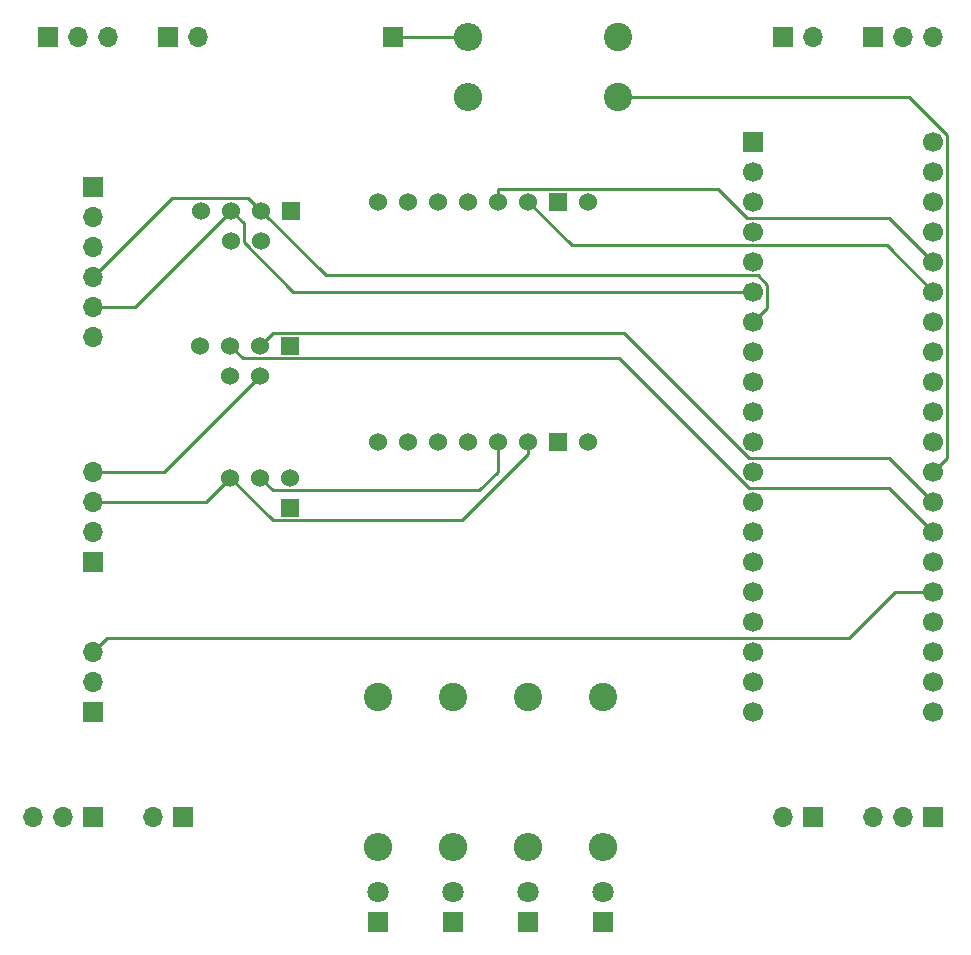
<source format=gbr>
%TF.GenerationSoftware,KiCad,Pcbnew,(5.1.10)-1*%
%TF.CreationDate,2021-12-09T02:28:18+01:00*%
%TF.ProjectId,flight controller,666c6967-6874-4206-936f-6e74726f6c6c,rev?*%
%TF.SameCoordinates,Original*%
%TF.FileFunction,Copper,L4,Bot*%
%TF.FilePolarity,Positive*%
%FSLAX46Y46*%
G04 Gerber Fmt 4.6, Leading zero omitted, Abs format (unit mm)*
G04 Created by KiCad (PCBNEW (5.1.10)-1) date 2021-12-09 02:28:18*
%MOMM*%
%LPD*%
G01*
G04 APERTURE LIST*
%TA.AperFunction,ComponentPad*%
%ADD10R,1.524000X1.524000*%
%TD*%
%TA.AperFunction,ComponentPad*%
%ADD11C,1.524000*%
%TD*%
%TA.AperFunction,ComponentPad*%
%ADD12C,1.800000*%
%TD*%
%TA.AperFunction,ComponentPad*%
%ADD13R,1.800000X1.800000*%
%TD*%
%TA.AperFunction,ComponentPad*%
%ADD14O,1.700000X1.700000*%
%TD*%
%TA.AperFunction,ComponentPad*%
%ADD15R,1.700000X1.700000*%
%TD*%
%TA.AperFunction,ComponentPad*%
%ADD16O,2.400000X2.400000*%
%TD*%
%TA.AperFunction,ComponentPad*%
%ADD17C,2.400000*%
%TD*%
%TA.AperFunction,ComponentPad*%
%ADD18C,1.700000*%
%TD*%
%TA.AperFunction,Conductor*%
%ADD19C,0.250000*%
%TD*%
G04 APERTURE END LIST*
D10*
%TO.P,U6,1*%
%TO.N,Earth*%
X134747000Y-108458000D03*
D11*
%TO.P,U6,2*%
%TO.N,/3V3*%
X134747000Y-105918000D03*
%TO.P,U6,3*%
%TO.N,/SDA*%
X132207000Y-105918000D03*
%TO.P,U6,4*%
%TO.N,/SCL*%
X129667000Y-105918000D03*
%TD*%
D12*
%TO.P,D1,2*%
%TO.N,Net-(D1-Pad2)*%
X148590000Y-140970000D03*
D13*
%TO.P,D1,1*%
%TO.N,Earth*%
X148590000Y-143510000D03*
%TD*%
D12*
%TO.P,D2,2*%
%TO.N,Net-(D2-Pad2)*%
X142240000Y-140970000D03*
D13*
%TO.P,D2,1*%
%TO.N,Earth*%
X142240000Y-143510000D03*
%TD*%
D12*
%TO.P,D3,2*%
%TO.N,Net-(D3-Pad2)*%
X154940000Y-140970000D03*
D13*
%TO.P,D3,1*%
%TO.N,Earth*%
X154940000Y-143510000D03*
%TD*%
D12*
%TO.P,D4,2*%
%TO.N,Net-(D4-Pad2)*%
X161290000Y-140970000D03*
D13*
%TO.P,D4,1*%
%TO.N,Earth*%
X161290000Y-143510000D03*
%TD*%
D14*
%TO.P,J1,3*%
%TO.N,/ESC3*%
X113030000Y-134620000D03*
%TO.P,J1,2*%
%TO.N,Net-(J1-Pad2)*%
X115570000Y-134620000D03*
D15*
%TO.P,J1,1*%
%TO.N,Earth*%
X118110000Y-134620000D03*
%TD*%
D14*
%TO.P,J2,3*%
%TO.N,/ESC4*%
X119380000Y-68580000D03*
%TO.P,J2,2*%
%TO.N,Net-(J2-Pad2)*%
X116840000Y-68580000D03*
D15*
%TO.P,J2,1*%
%TO.N,Earth*%
X114300000Y-68580000D03*
%TD*%
D14*
%TO.P,J3,2*%
%TO.N,Net-(J2-Pad2)*%
X127000000Y-68580000D03*
D15*
%TO.P,J3,1*%
%TO.N,Earth*%
X124460000Y-68580000D03*
%TD*%
D14*
%TO.P,J4,2*%
%TO.N,Net-(J1-Pad2)*%
X123190000Y-134620000D03*
D15*
%TO.P,J4,1*%
%TO.N,Earth*%
X125730000Y-134620000D03*
%TD*%
D14*
%TO.P,J5,2*%
%TO.N,/5V*%
X179070000Y-68580000D03*
D15*
%TO.P,J5,1*%
%TO.N,Earth*%
X176530000Y-68580000D03*
%TD*%
D14*
%TO.P,J6,3*%
%TO.N,/ESC1*%
X189230000Y-68580000D03*
%TO.P,J6,2*%
%TO.N,/5V*%
X186690000Y-68580000D03*
D15*
%TO.P,J6,1*%
%TO.N,Earth*%
X184150000Y-68580000D03*
%TD*%
D14*
%TO.P,J7,2*%
%TO.N,Net-(J7-Pad2)*%
X176530000Y-134620000D03*
D15*
%TO.P,J7,1*%
%TO.N,Earth*%
X179070000Y-134620000D03*
%TD*%
D14*
%TO.P,J8,3*%
%TO.N,/ESC2*%
X184150000Y-134620000D03*
%TO.P,J8,2*%
%TO.N,Net-(J7-Pad2)*%
X186690000Y-134620000D03*
D15*
%TO.P,J8,1*%
%TO.N,Earth*%
X189230000Y-134620000D03*
%TD*%
D14*
%TO.P,J9,4*%
%TO.N,/SDA*%
X118110000Y-105410000D03*
%TO.P,J9,3*%
%TO.N,/SCL*%
X118110000Y-107950000D03*
%TO.P,J9,2*%
%TO.N,/5V*%
X118110000Y-110490000D03*
D15*
%TO.P,J9,1*%
%TO.N,Earth*%
X118110000Y-113030000D03*
%TD*%
D14*
%TO.P,J10,3*%
%TO.N,/PPM*%
X118110000Y-120650000D03*
%TO.P,J10,2*%
%TO.N,/5V*%
X118110000Y-123190000D03*
D15*
%TO.P,J10,1*%
%TO.N,Earth*%
X118110000Y-125730000D03*
%TD*%
%TO.P,J11,1*%
%TO.N,Net-(J11-Pad1)*%
X143510000Y-68580000D03*
%TD*%
D16*
%TO.P,R1,2*%
%TO.N,Net-(D1-Pad2)*%
X148590000Y-137160000D03*
D17*
%TO.P,R1,1*%
%TO.N,/RED_LED*%
X148590000Y-124460000D03*
%TD*%
D16*
%TO.P,R2,2*%
%TO.N,Net-(D2-Pad2)*%
X142240000Y-137160000D03*
D17*
%TO.P,R2,1*%
%TO.N,/GREEN_LED*%
X142240000Y-124460000D03*
%TD*%
D16*
%TO.P,R3,2*%
%TO.N,Net-(D3-Pad2)*%
X154940000Y-137160000D03*
D17*
%TO.P,R3,1*%
%TO.N,/YELLOW_LED*%
X154940000Y-124460000D03*
%TD*%
D16*
%TO.P,R4,2*%
%TO.N,Net-(D4-Pad2)*%
X161290000Y-137160000D03*
D17*
%TO.P,R4,1*%
%TO.N,/BLUE_LED*%
X161290000Y-124460000D03*
%TD*%
D16*
%TO.P,R5,2*%
%TO.N,Earth*%
X149860000Y-73660000D03*
D17*
%TO.P,R5,1*%
%TO.N,/VOLTAGE*%
X162560000Y-73660000D03*
%TD*%
D16*
%TO.P,R6,2*%
%TO.N,Net-(J11-Pad1)*%
X149860000Y-68580000D03*
D17*
%TO.P,R6,1*%
%TO.N,/VOLTAGE*%
X162560000Y-68580000D03*
%TD*%
D18*
%TO.P,U1,20*%
%TO.N,/3V3*%
X173990000Y-125730000D03*
%TO.P,U1,21*%
%TO.N,Net-(U1-Pad21)*%
X189230000Y-125730000D03*
%TO.P,U1,19*%
%TO.N,Earth*%
X173990000Y-123190000D03*
%TO.P,U1,22*%
%TO.N,Net-(U1-Pad22)*%
X189230000Y-123190000D03*
%TO.P,U1,18*%
%TO.N,/5V*%
X173990000Y-120650000D03*
%TO.P,U1,23*%
%TO.N,Net-(U1-Pad23)*%
X189230000Y-120650000D03*
%TO.P,U1,17*%
%TO.N,/ESC4*%
X173990000Y-118110000D03*
%TO.P,U1,24*%
%TO.N,Net-(U1-Pad24)*%
X189230000Y-118110000D03*
%TO.P,U1,16*%
%TO.N,/ESC3*%
X173990000Y-115570000D03*
%TO.P,U1,25*%
%TO.N,/PPM*%
X189230000Y-115570000D03*
%TO.P,U1,15*%
%TO.N,/ESC2*%
X173990000Y-113030000D03*
%TO.P,U1,26*%
%TO.N,Net-(U1-Pad26)*%
X189230000Y-113030000D03*
%TO.P,U1,14*%
%TO.N,/ESC1*%
X173990000Y-110490000D03*
%TO.P,U1,27*%
%TO.N,/RX2*%
X189230000Y-110490000D03*
%TO.P,U1,13*%
%TO.N,Net-(U1-Pad13)*%
X173990000Y-107950000D03*
%TO.P,U1,28*%
%TO.N,/TX2*%
X189230000Y-107950000D03*
%TO.P,U1,12*%
%TO.N,Net-(U1-Pad12)*%
X173990000Y-105410000D03*
%TO.P,U1,29*%
%TO.N,/VOLTAGE*%
X189230000Y-105410000D03*
%TO.P,U1,11*%
%TO.N,/BLUE_LED*%
X173990000Y-102870000D03*
%TO.P,U1,30*%
%TO.N,Net-(U1-Pad30)*%
X189230000Y-102870000D03*
%TO.P,U1,10*%
%TO.N,/YELLOW_LED*%
X173990000Y-100330000D03*
%TO.P,U1,31*%
%TO.N,Net-(U1-Pad31)*%
X189230000Y-100330000D03*
%TO.P,U1,9*%
%TO.N,/RED_LED*%
X173990000Y-97790000D03*
%TO.P,U1,32*%
%TO.N,Net-(U1-Pad32)*%
X189230000Y-97790000D03*
%TO.P,U1,8*%
%TO.N,/GREEN_LED*%
X173990000Y-95250000D03*
%TO.P,U1,33*%
%TO.N,Net-(U1-Pad33)*%
X189230000Y-95250000D03*
%TO.P,U1,7*%
%TO.N,/TX*%
X173990000Y-92710000D03*
%TO.P,U1,34*%
%TO.N,Net-(U1-Pad34)*%
X189230000Y-92710000D03*
%TO.P,U1,6*%
%TO.N,/RX*%
X173990000Y-90170000D03*
%TO.P,U1,35*%
%TO.N,/SCL*%
X189230000Y-90170000D03*
%TO.P,U1,5*%
%TO.N,Net-(U1-Pad5)*%
X173990000Y-87630000D03*
%TO.P,U1,36*%
%TO.N,/SDA*%
X189230000Y-87630000D03*
%TO.P,U1,4*%
%TO.N,Net-(U1-Pad4)*%
X173990000Y-85090000D03*
%TO.P,U1,37*%
%TO.N,Net-(U1-Pad37)*%
X189230000Y-85090000D03*
%TO.P,U1,3*%
%TO.N,Net-(U1-Pad3)*%
X173990000Y-82550000D03*
%TO.P,U1,38*%
%TO.N,Net-(U1-Pad38)*%
X189230000Y-82550000D03*
%TO.P,U1,2*%
%TO.N,Net-(U1-Pad2)*%
X173990000Y-80010000D03*
%TO.P,U1,39*%
%TO.N,Earth*%
X189230000Y-80010000D03*
D15*
%TO.P,U1,1*%
%TO.N,Net-(U1-Pad1)*%
X173990000Y-77470000D03*
D18*
%TO.P,U1,40*%
%TO.N,Earth*%
X189230000Y-77470000D03*
%TD*%
D11*
%TO.P,U2,1*%
%TO.N,/5V*%
X160020000Y-82550000D03*
D10*
%TO.P,U2,2*%
%TO.N,Earth*%
X157480000Y-82550000D03*
D11*
%TO.P,U2,3*%
%TO.N,/SCL*%
X154940000Y-82550000D03*
%TO.P,U2,8*%
%TO.N,Net-(U2-Pad8)*%
X142240000Y-82550000D03*
%TO.P,U2,7*%
%TO.N,Net-(U2-Pad7)*%
X144780000Y-82550000D03*
%TO.P,U2,6*%
%TO.N,Net-(U2-Pad6)*%
X147320000Y-82550000D03*
%TO.P,U2,5*%
%TO.N,Net-(U2-Pad5)*%
X149860000Y-82550000D03*
%TO.P,U2,4*%
%TO.N,/SDA*%
X152400000Y-82550000D03*
%TD*%
D14*
%TO.P,U3,6*%
%TO.N,Net-(U3-Pad6)*%
X118110000Y-93980000D03*
%TO.P,U3,5*%
%TO.N,/RX*%
X118110000Y-91440000D03*
%TO.P,U3,4*%
%TO.N,/TX*%
X118110000Y-88900000D03*
%TO.P,U3,3*%
%TO.N,/5V*%
X118110000Y-86360000D03*
%TO.P,U3,2*%
%TO.N,Net-(U3-Pad2)*%
X118110000Y-83820000D03*
D15*
%TO.P,U3,1*%
%TO.N,Earth*%
X118110000Y-81280000D03*
%TD*%
D11*
%TO.P,U4,6*%
%TO.N,/SCL*%
X129667000Y-97282000D03*
%TO.P,U4,5*%
%TO.N,/SDA*%
X132207000Y-97282000D03*
%TO.P,U4,4*%
%TO.N,/5V*%
X127127000Y-94742000D03*
%TO.P,U4,3*%
%TO.N,/RX2*%
X129667000Y-94742000D03*
%TO.P,U4,2*%
%TO.N,/TX2*%
X132207000Y-94742000D03*
D10*
%TO.P,U4,1*%
%TO.N,Earth*%
X134747000Y-94742000D03*
%TD*%
D11*
%TO.P,U5,6*%
%TO.N,Net-(U5-Pad6)*%
X129794000Y-85852000D03*
%TO.P,U5,5*%
%TO.N,Net-(U5-Pad5)*%
X132334000Y-85852000D03*
%TO.P,U5,4*%
%TO.N,/5V*%
X127254000Y-83312000D03*
%TO.P,U5,3*%
%TO.N,/RX*%
X129794000Y-83312000D03*
%TO.P,U5,2*%
%TO.N,/TX*%
X132334000Y-83312000D03*
D10*
%TO.P,U5,1*%
%TO.N,Earth*%
X134874000Y-83312000D03*
%TD*%
D11*
%TO.P,U7,1*%
%TO.N,/5V*%
X160020000Y-102870000D03*
D10*
%TO.P,U7,2*%
%TO.N,Earth*%
X157480000Y-102870000D03*
D11*
%TO.P,U7,3*%
%TO.N,/SCL*%
X154940000Y-102870000D03*
%TO.P,U7,8*%
%TO.N,Net-(U7-Pad8)*%
X142240000Y-102870000D03*
%TO.P,U7,7*%
%TO.N,/3V3*%
X144780000Y-102870000D03*
%TO.P,U7,6*%
%TO.N,Net-(U7-Pad6)*%
X147320000Y-102870000D03*
%TO.P,U7,5*%
%TO.N,Net-(U7-Pad5)*%
X149860000Y-102870000D03*
%TO.P,U7,4*%
%TO.N,/SDA*%
X152400000Y-102870000D03*
%TD*%
D19*
%TO.N,/SDA*%
X150804999Y-107005001D02*
X133294001Y-107005001D01*
X133294001Y-107005001D02*
X132207000Y-105918000D01*
X152400000Y-102870000D02*
X152400000Y-105410000D01*
X152400000Y-105410000D02*
X150804999Y-107005001D01*
X118110000Y-105410000D02*
X124079000Y-105410000D01*
X124079000Y-105410000D02*
X132207000Y-97282000D01*
X152400000Y-81472370D02*
X152409371Y-81462999D01*
X152400000Y-82550000D02*
X152400000Y-81472370D01*
X170973999Y-81462999D02*
X173425999Y-83914999D01*
X185514999Y-83914999D02*
X189230000Y-87630000D01*
X152409371Y-81462999D02*
X170973999Y-81462999D01*
X173425999Y-83914999D02*
X185514999Y-83914999D01*
%TO.N,/SCL*%
X154940000Y-102870000D02*
X154940000Y-103947630D01*
X154940000Y-103947630D02*
X149342629Y-109545001D01*
X149342629Y-109545001D02*
X133294001Y-109545001D01*
X133294001Y-109545001D02*
X129667000Y-105918000D01*
X118110000Y-107950000D02*
X127635000Y-107950000D01*
X127635000Y-107950000D02*
X129667000Y-105918000D01*
X154940000Y-82550000D02*
X158655001Y-86265001D01*
X158655001Y-86265001D02*
X185325001Y-86265001D01*
X185325001Y-86265001D02*
X189230000Y-90170000D01*
%TO.N,/PPM*%
X189230000Y-115570000D02*
X186031893Y-115570000D01*
X186031893Y-115570000D02*
X182126894Y-119474999D01*
X182126894Y-119474999D02*
X119285001Y-119474999D01*
X119285001Y-119474999D02*
X118110000Y-120650000D01*
%TO.N,Net-(J11-Pad1)*%
X149860000Y-68580000D02*
X143510000Y-68580000D01*
%TO.N,/VOLTAGE*%
X190405001Y-104234999D02*
X190405001Y-76905999D01*
X189230000Y-105410000D02*
X190405001Y-104234999D01*
X187159002Y-73660000D02*
X162560000Y-73660000D01*
X190405001Y-76905999D02*
X187159002Y-73660000D01*
%TO.N,/RX*%
X129794000Y-83312000D02*
X121666000Y-91440000D01*
X121666000Y-91440000D02*
X118110000Y-91440000D01*
X130881001Y-84399001D02*
X130881001Y-86007763D01*
X130881001Y-86007763D02*
X135043238Y-90170000D01*
X129794000Y-83312000D02*
X130881001Y-84399001D01*
X135043238Y-90170000D02*
X173990000Y-90170000D01*
%TO.N,/TX*%
X132334000Y-83312000D02*
X131246999Y-82224999D01*
X131246999Y-82224999D02*
X124785001Y-82224999D01*
X124785001Y-82224999D02*
X118110000Y-88900000D01*
X137827001Y-88805001D02*
X132334000Y-83312000D01*
X173990000Y-92710000D02*
X175165001Y-91534999D01*
X175165001Y-89605999D02*
X174364003Y-88805001D01*
X175165001Y-91534999D02*
X175165001Y-89605999D01*
X174364003Y-88805001D02*
X137827001Y-88805001D01*
%TO.N,/TX2*%
X132207000Y-94742000D02*
X133294001Y-93654999D01*
X163035997Y-93654999D02*
X173615997Y-104234999D01*
X185514999Y-104234999D02*
X189230000Y-107950000D01*
X173615997Y-104234999D02*
X185514999Y-104234999D01*
X133294001Y-93654999D02*
X163035997Y-93654999D01*
%TO.N,/RX2*%
X129667000Y-94742000D02*
X130754001Y-95829001D01*
X130754001Y-95829001D02*
X162669999Y-95829001D01*
X162669999Y-95829001D02*
X173615997Y-106774999D01*
X173615997Y-106774999D02*
X185514999Y-106774999D01*
X185514999Y-106774999D02*
X189230000Y-110490000D01*
%TD*%
M02*

</source>
